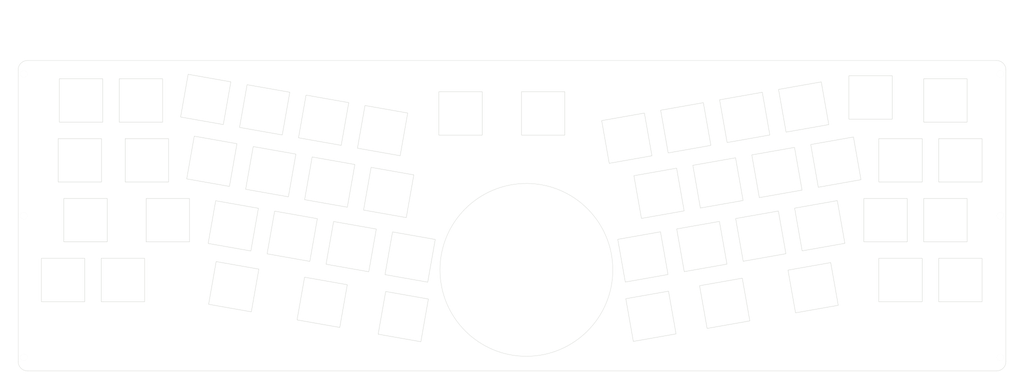
<source format=kicad_pcb>
(kicad_pcb (version 20211014) (generator pcbnew)
  (layers (0 "F.Cu" signal) (31 "B.Cu" signal) (34 "B.Paste" user) (35 "F.Paste" user) (36 "B.SilkS" user "B.Silkscreen") (37 "F.SilkS" user "F.Silkscreen") (38 "B.Mask" user) (39 "F.Mask" user) (44 "Edge.Cuts" user))
  (net 0 "")
  (footprint "kbd_SW_Hole:SW_Hole_1u_acrylic" (layer "F.Cu") (at 55.245 49.021817)
    (fp_text reference "SW6" hide)
    (fp_text value "SW_PUSH" hide)
    (fp_rect (start -6.9 -6.9) (end 6.9 6.9) (layer "Edge.Cuts") (width 0.12) (fill none))
  )
  (footprint "kbd_SW_Hole:SW_Hole_1u_acrylic" (layer "F.Cu") (at 53.34 29.971817)
    (fp_text reference "SW5" hide)
    (fp_text value "SW_PUSH" hide)
    (fp_rect (start -6.9 -6.9) (end 6.9 6.9) (layer "Edge.Cuts") (width 0.12) (fill none))
  )
  (footprint "kbd_SW_Hole:SW_Hole_1.75u_acrylic" (layer "F.Cu") (at 35.717167 68.063934)
    (fp_text reference "SW3" hide)
    (fp_text value "SW_PUSH" hide)
    (fp_rect (start -6.9 -6.9) (end 6.9 6.9) (layer "Edge.Cuts") (width 0.12) (fill none))
  )
  (footprint "kbd_SW_Hole:SW_Hole_1u_acrylic" (layer "F.Cu") (at 34.29 29.971817)
    (fp_text reference "SW1" hide)
    (fp_text value "SW_PUSH" hide)
    (fp_rect (start -6.9 -6.9) (end 6.9 6.9) (layer "Edge.Cuts") (width 0.12) (fill none))
  )
  (footprint "kbd_SW_Hole:SW_Hole_1.25u_acrylic" (layer "F.Cu") (at 33.909 49.021817)
    (fp_text reference "SW2" hide)
    (fp_text value "KEY_SWITCH" hide)
    (fp_rect (start -6.9 -6.9) (end 6.9 6.9) (layer "Edge.Cuts") (width 0.12) (fill none))
  )
  (footprint "kbd_SW_Hole:SW_Hole_1.75u_acrylic" (layer "F.Cu") (at 111.029499 94.212088 170)
    (fp_text reference "SW16" hide)
    (fp_text value "KEY_SWITCH" hide)
    (fp_rect (start -6.9 -6.9) (end 6.9 6.9) (layer "Edge.Cuts") (width 0.12) (fill none))
  )
  (footprint "kbd_SW_Hole:SW_Hole_1u_acrylic" (layer "F.Cu") (at 47.625 87.121817)
    (fp_text reference "SW8" hide)
    (fp_text value "SW_PUSH" hide)
    (fp_rect (start -6.9 -6.9) (end 6.9 6.9) (layer "Edge.Cuts") (width 0.12) (fill none))
  )
  (footprint "kbd_SW_Hole:SW_Hole_1u_acrylic" (layer "F.Cu") (at 61.9125 68.071817)
    (fp_text reference "SW7" hide)
    (fp_text value "SW_PUSH" hide)
    (fp_rect (start -6.9 -6.9) (end 6.9 6.9) (layer "Edge.Cuts") (width 0.12) (fill none))
  )
  (footprint "kbd_SW_Hole:SW_Hole_1u_acrylic" (layer "F.Cu") (at 73.972946 29.646492 -10)
    (fp_text reference "SW9" hide)
    (fp_text value "SW_PUSH" hide)
    (fp_rect (start -6.9 -6.9) (end 6.9 6.9) (layer "Edge.Cuts") (width 0.12) (fill none))
  )
  (footprint "kbd_SW_Hole:SW_Hole_1u_acrylic" (layer "F.Cu") (at 28.575 87.121817)
    (fp_text reference "SW4" hide)
    (fp_text value "SW_PUSH" hide)
    (fp_rect (start -6.9 -6.9) (end 6.9 6.9) (layer "Edge.Cuts") (width 0.12) (fill none))
  )
  (footprint "kbd_SW_Hole:SW_Hole_1u_acrylic" (layer "F.Cu") (at 92.733533 32.95449 -10)
    (fp_text reference "SW13" hide)
    (fp_text value "SW_PUSH" hide)
    (fp_rect (start -6.9 -6.9) (end 6.9 6.9) (layer "Edge.Cuts") (width 0.12) (fill none))
  )
  (footprint "kbd_SW_Hole:SW_Hole_1u_acrylic" (layer "F.Cu") (at 136.840032 98.763287 -10)
    (fp_text reference "SW23" hide)
    (fp_text value "SW_PUSH" hide)
    (fp_rect (start -6.9 -6.9) (end 6.9 6.9) (layer "Edge.Cuts") (width 0.12) (fill none))
  )
  (footprint "kbd_SW_Hole:SW_Hole_1u_acrylic" (layer "F.Cu") (at 111.494121 36.262488 -10)
    (fp_text reference "SW17" hide)
    (fp_text value "SW_PUSH" hide)
    (fp_rect (start -6.9 -6.9) (end 6.9 6.9) (layer "Edge.Cuts") (width 0.12) (fill none))
  )
  (footprint "kbd_SW_Hole:SW_Hole_1u_acrylic" (layer "F.Cu") (at 130.254709 39.570487 -10)
    (fp_text reference "SW20" hide)
    (fp_text value "SW_PUSH" hide)
    (fp_rect (start -6.9 -6.9) (end 6.9 6.9) (layer "Edge.Cuts") (width 0.12) (fill none))
  )
  (footprint "kbd_SW_Hole:SW_Hole_1u_acrylic" (layer "F.Cu") (at 181.356 34.0995)
    (fp_text reference "SW25" hide)
    (fp_text value "SW_PUSH" hide)
    (fp_rect (start -6.9 -6.9) (end 6.9 6.9) (layer "Edge.Cuts") (width 0.12) (fill none))
  )
  (footprint "kbd_SW_Hole:SW_Hole_1u_acrylic" (layer "F.Cu") (at 314.1345 87.121817)
    (fp_text reference "SW48" hide)
    (fp_text value "SW_PUSH" hide)
    (fp_rect (start -6.9 -6.9) (end 6.9 6.9) (layer "Edge.Cuts") (width 0.12) (fill none))
  )
  (footprint "kbd_SW_Hole:SW_Hole_1u_acrylic" (layer "F.Cu") (at 314.1345 49.021817)
    (fp_text reference "SW46" hide)
    (fp_text value "SW_PUSH" hide)
    (fp_rect (start -6.9 -6.9) (end 6.9 6.9) (layer "Edge.Cuts") (width 0.12) (fill none))
  )
  (footprint "kbd_SW_Hole:SW_Hole_1u_acrylic" (layer "F.Cu") (at 309.372 68.071817)
    (fp_text reference "SW47" hide)
    (fp_text value "SW_PUSH" hide)
    (fp_rect (start -6.9 -6.9) (end 6.9 6.9) (layer "Edge.Cuts") (width 0.12) (fill none))
  )
  (footprint "kbd_SW_Hole:SW_Hole_1.5u_acrylic" (layer "F.Cu") (at 309.372 29.971817)
    (fp_text reference "SW45" hide)
    (fp_text value "SW_PUSH" hide)
    (fp_rect (start -6.9 -6.9) (end 6.9 6.9) (layer "Edge.Cuts") (width 0.12) (fill none))
  )
  (footprint "kbd_Hole:m2_Screw_Hole_EdgeCuts" (layer "F.Cu") (at 16.075 21.55)
    (fp_text reference "J4" hide)
    (fp_text value "Conn_01x01" hide)
    (fp_circle (center 0 0) (end 1.1 0) (layer "Edge.Cuts") (width 0.01) (fill none))
  )
  (footprint "kbd_Hole:m2_Screw_Hole_EdgeCuts" (layer "F.Cu") (at 16.075 66.65)
    (fp_text reference "J5" hide)
    (fp_text value "Conn_01x01" hide)
    (fp_circle (center 0 0) (end 1.1 0) (layer "Edge.Cuts") (width 0.01) (fill none))
  )
  (footprint "kbd_Hole:m2_Screw_Hole_EdgeCuts" (layer "F.Cu") (at 16.075 111.75)
    (fp_text reference "J6" hide)
    (fp_text value "Conn_01x01" hide)
    (fp_circle (center 0 0) (end 1.1 0) (layer "Edge.Cuts") (width 0.01) (fill none))
  )
  (footprint "kbd_Hole:m2_Screw_Hole_EdgeCuts" (layer "F.Cu") (at 326.825 21.55)
    (fp_text reference "J11" hide)
    (fp_text value "Conn_01x01" hide)
    (fp_circle (center 0 0) (end 1.1 0) (layer "Edge.Cuts") (width 0.01) (fill none))
  )
  (footprint "kbd_Hole:m2_Screw_Hole_EdgeCuts" (layer "F.Cu") (at 326.825 66.65)
    (fp_text reference "J13" hide)
    (fp_text value "Conn_01x01" hide)
    (fp_circle (center 0 0) (end 1.1 0) (layer "Edge.Cuts") (width 0.01) (fill none))
  )
  (footprint "kbd_Hole:m2_Screw_Hole_EdgeCuts" (layer "F.Cu") (at 326.825 111.75)
    (fp_text reference "J15" hide)
    (fp_text value "Conn_01x01" hide)
    (fp_circle (center 0 0) (end 1.1 0) (layer "Edge.Cuts") (width 0.01) (fill none))
  )
  (footprint "kbd_Hole:m2_Screw_Hole_Fab" (layer "F.Cu") (at 11.075 13.05)
    (fp_text reference "J1" hide)
    (fp_text value "Conn_01x01" hide)
  )
  (footprint "kbd_Hole:m2_Screw_Hole_Fab" (layer "F.Cu") (at 11.075 66.65)
    (fp_text reference "J2" hide)
    (fp_text value "Conn_01x01" hide)
  )
  (footprint "kbd_Hole:m2_Screw_Hole_Fab" (layer "F.Cu") (at 11.075 120.25)
    (fp_text reference "J3" hide)
    (fp_text value "Conn_01x01" hide)
  )
  (footprint "kbd_Hole:m2_Screw_Hole_Fab" (layer "F.Cu") (at 108.575 13.05)
    (fp_text reference "J7" hide)
    (fp_text value "Conn_01x01" hide)
  )
  (footprint "kbd_Hole:m2_Screw_Hole_Fab" (layer "F.Cu") (at 234.325 13.05)
    (fp_text reference "J9" hide)
    (fp_text value "Conn_01x01" hide)
  )
  (footprint "kbd_Hole:m2_Screw_Hole_Fab" (layer "F.Cu") (at 108.575 120.25)
    (fp_text reference "J8" hide)
    (fp_text value "Conn_01x01" hide)
  )
  (footprint "kbd_Hole:m2_Screw_Hole_Fab" (layer "F.Cu") (at 234.325 120.25)
    (fp_text reference "J10" hide)
    (fp_text value "Conn_01x01" hide)
  )
  (footprint "kbd_Hole:m2_Screw_Hole_Fab" (layer "F.Cu") (at 331.825 13.05)
    (fp_text reference "J12" hide)
    (fp_text value "Conn_01x01" hide)
  )
  (footprint "kbd_Hole:m2_Screw_Hole_Fab" (layer "F.Cu") (at 331.825 66.65)
    (fp_text reference "J14" hide)
    (fp_text value "Conn_01x01" hide)
  )
  (footprint "kbd_Hole:m2_Screw_Hole_Fab" (layer "F.Cu") (at 331.825 120.25)
    (fp_text reference "J16" hide)
    (fp_text value "Conn_01x01" hide)
  )
  (footprint "kbd_SW_Hole:SW_Hole_1u_acrylic" (layer "F.Cu") (at 295.0845 49.021817)
    (fp_text reference "SW42" hide)
    (fp_text value "SW_PUSH" hide)
    (fp_rect (start -6.9 -6.9) (end 6.9 6.9) (layer "Edge.Cuts") (width 0.12) (fill none))
  )
  (footprint "kbd_SW_Hole:SW_Hole_1u_acrylic" (layer "F.Cu") (at 215.652044 98.659405 10)
    (fp_text reference "SW29" hide)
    (fp_text value "SW_PUSH" hide)
    (fp_rect (start -6.9 -6.9) (end 6.9 6.9) (layer "Edge.Cuts") (width 0.12) (fill none))
  )
  (footprint "kbd_SW_Hole:SW_Hole_1u_acrylic" (layer "F.Cu") (at 269.376233 69.842504 10)
    (fp_text reference "SW39" hide)
    (fp_text value "SW_PUSH" hide)
    (fp_rect (start -6.9 -6.9) (end 6.9 6.9) (layer "Edge.Cuts") (width 0.12) (fill none))
  )
  (footprint "kbd_SW_Hole:SW_Hole_1u_acrylic" (layer "F.Cu") (at 264.261084 32.056689 10)
    (fp_text reference "SW37" hide)
    (fp_text value "SW_PUSH" hide)
    (fp_rect (start -6.9 -6.9) (end 6.9 6.9) (layer "Edge.Cuts") (width 0.12) (fill none))
  )
  (footprint "kbd_SW_Hole:SW_Hole_1u_acrylic" (layer "F.Cu") (at 75.917912 49.33332 -10)
    (fp_text reference "SW10" hide)
    (fp_text value "SW_PUSH" hide)
    (fp_rect (start -6.9 -6.9) (end 6.9 6.9) (layer "Edge.Cuts") (width 0.12) (fill none))
  )
  (footprint "kbd_SW_Hole:SW_Hole_1u_acrylic" (layer "F.Cu") (at 285.5595 29.019317)
    (fp_text reference "SW41" hide)
    (fp_text value "SW_PUSH" hide)
    (fp_rect (start -6.9 -6.9) (end 6.9 6.9) (layer "Edge.Cuts") (width 0.12) (fill none))
  )
  (footprint "kbd_SW_Hole:SW_Hole_1u_acrylic" (layer "F.Cu") (at 120.261807 76.496223 -10)
    (fp_text reference "SW19" hide)
    (fp_text value "SW_PUSH" hide)
    (fp_rect (start -6.9 -6.9) (end 6.9 6.9) (layer "Edge.Cuts") (width 0.12) (fill none))
  )
  (footprint "kbd_SW_Hole:SW_Hole_1u_acrylic" (layer "F.Cu") (at 250.615645 73.150502 10)
    (fp_text reference "SW36" hide)
    (fp_text value "SW_PUSH" hide)
    (fp_rect (start -6.9 -6.9) (end 6.9 6.9) (layer "Edge.Cuts") (width 0.12) (fill none))
  )
  (footprint "kbd_SW_Hole:SW_Hole_1.25u_acrylic" (layer "F.Cu") (at 82.886526 89.245681 -10)
    (fp_text reference "SW12" hide)
    (fp_text value "SW_PUSH" hide)
    (fp_rect (start -6.9 -6.9) (end 6.9 6.9) (layer "Edge.Cuts") (width 0.12) (fill none))
  )
  (footprint "kbd_SW_Hole:SW_Hole_1u_acrylic" (layer "F.Cu") (at 226.739909 38.672684 10)
    (fp_text reference "SW30" hide)
    (fp_text value "SW_PUSH" hide)
    (fp_rect (start -6.9 -6.9) (end 6.9 6.9) (layer "Edge.Cuts") (width 0.12) (fill none))
  )
  (footprint "kbd_SW_Hole:SW_Hole_1u_acrylic" (layer "F.Cu") (at 236.989324 56.209313 10)
    (fp_text reference "SW31" hide)
    (fp_text value "SW_PUSH" hide)
    (fp_rect (start -6.9 -6.9) (end 6.9 6.9) (layer "Edge.Cuts") (width 0.12) (fill none))
  )
  (footprint "kbd_SW_Hole:SW_Hole_1u_acrylic" (layer "F.Cu") (at 274.5105 49.593317 10)
    (fp_text reference "SW38" hide)
    (fp_text value "SW_PUSH" hide)
    (fp_rect (start -6.9 -6.9) (end 6.9 6.9) (layer "Edge.Cuts") (width 0.12) (fill none))
  )
  (footprint "kbd_SW_Hole:SW_Hole_1u_acrylic" (layer "F.Cu") (at 255.749912 52.901315 10)
    (fp_text reference "SW35" hide)
    (fp_text value "SW_PUSH" hide)
    (fp_rect (start -6.9 -6.9) (end 6.9 6.9) (layer "Edge.Cuts") (width 0.12) (fill none))
  )
  (footprint "kbd_SW_Hole:SW_Hole_1.5u_acrylic" (layer "F.Cu") (at 267.271167 89.56361 10)
    (fp_text reference "SW40" hide)
    (fp_text value "SW_PUSH" hide)
    (fp_rect (start -6.9 -6.9) (end 6.9 6.9) (layer "Edge.Cuts") (width 0.12) (fill none))
  )
  (footprint "kbd_SW_Hole:SW_Hole_1u_acrylic" (layer "F.Cu") (at 213.09447 79.766497 10)
    (fp_text reference "SW28" hide)
    (fp_text value "SW_PUSH" hide)
    (fp_rect (start -6.9 -6.9) (end 6.9 6.9) (layer "Edge.Cuts") (width 0.12) (fill none))
  )
  (footprint "kbd_SW_Hole:SW_Hole_1u_acrylic" (layer "F.Cu") (at 132.199675 59.257313 -10)
    (fp_text reference "SW21" hide)
    (fp_text value "SW_PUSH" hide)
    (fp_rect (start -6.9 -6.9) (end 6.9 6.9) (layer "Edge.Cuts") (width 0.12) (fill none))
  )
  (footprint "kbd_SW_Hole:SW_Hole_1u_acrylic" (layer "F.Cu") (at 113.439087 55.949315 -10)
    (fp_text reference "SW18" hide)
    (fp_text value "SW_PUSH" hide)
    (fp_rect (start -6.9 -6.9) (end 6.9 6.9) (layer "Edge.Cuts") (width 0.12) (fill none))
  )
  (footprint "kbd_SW_Hole:SW_Hole_1u_acrylic" (layer "F.Cu") (at 290.322 68.071817)
    (fp_text reference "SW43" hide)
    (fp_text value "SW_PUSH" hide)
    (fp_rect (start -6.9 -6.9) (end 6.9 6.9) (layer "Edge.Cuts") (width 0.12) (fill none))
  )
  (footprint "kbd_SW_Hole:SW_Hole_1u_acrylic" (layer "F.Cu") (at 101.501219 73.188225 -10)
    (fp_text reference "SW15" hide)
    (fp_text value "SW_PUSH" hide)
    (fp_rect (start -6.9 -6.9) (end 6.9 6.9) (layer "Edge.Cuts") (width 0.12) (fill none))
  )
  (footprint "kbd_SW_Hole:SW_Hole_1u_acrylic" (layer "F.Cu") (at 139.022395 79.804219 -10)
    (fp_text reference "SW22" hide)
    (fp_text value "SW_PUSH" hide)
    (fp_rect (start -6.9 -6.9) (end 6.9 6.9) (layer "Edge.Cuts") (width 0.12) (fill none))
  )
  (footprint "kbd_SW_Hole:SW_Hole_1u_acrylic" (layer "F.Cu") (at 207.979321 41.980682 10)
    (fp_text reference "SW26" hide)
    (fp_text value "SW_PUSH" hide)
    (fp_rect (start -6.9 -6.9) (end 6.9 6.9) (layer "Edge.Cuts") (width 0.12) (fill none))
  )
  (footprint "kbd_SW_Hole:SW_Hole_1u_acrylic" (layer "F.Cu") (at 94.6785 52.641317 -10)
    (fp_text reference "SW14" hide)
    (fp_text value "SW_PUSH" hide)
    (fp_rect (start -6.9 -6.9) (end 6.9 6.9) (layer "Edge.Cuts") (width 0.12) (fill none))
  )
  (footprint "kbd_SW_Hole:SW_Hole_1u_acrylic" (layer "F.Cu") (at 245.500497 35.364687 10)
    (fp_text reference "SW34" hide)
    (fp_text value "SW_PUSH" hide)
    (fp_rect (start -6.9 -6.9) (end 6.9 6.9) (layer "Edge.Cuts") (width 0.12) (fill none))
  )
  (footprint "kbd_SW_Hole:SW_Hole_1.5u_acrylic" (layer "F.Cu") (at 239.130286 94.525606 -170)
    (fp_text reference "SW33" hide)
    (fp_text value "KEY_SWITCH" hide)
    (fp_rect (start -6.9 -6.9) (end 6.9 6.9) (layer "Edge.Cuts") (width 0.12) (fill none))
  )
  (footprint "kbd_SW_Hole:SW_Hole_1u_acrylic" (layer "F.Cu") (at 295.0845 87.121817)
    (fp_text reference "SW44" hide)
    (fp_text value "SW_PUSH" hide)
    (fp_rect (start -6.9 -6.9) (end 6.9 6.9) (layer "Edge.Cuts") (width 0.12) (fill none))
  )
  (footprint "kbd_SW_Hole:SW_Hole_1u_acrylic" (layer "F.Cu") (at 231.855058 76.4585 10)
    (fp_text reference "SW32" hide)
    (fp_text value "SW_PUSH" hide)
    (fp_rect (start -6.9 -6.9) (end 6.9 6.9) (layer "Edge.Cuts") (width 0.12) (fill none))
  )
  (footprint "kbd_SW_Hole:SW_Hole_1u_acrylic" (layer "F.Cu") (at 82.740632 69.880226 -10)
    (fp_text reference "SW11" hide)
    (fp_text value "SW_PUSH" hide)
    (fp_rect (start -6.9 -6.9) (end 6.9 6.9) (layer "Edge.Cuts") (width 0.12) (fill none))
  )
  (footprint "kbd_SW_Hole:SW_Hole_1u_acrylic" (layer "F.Cu") (at 155.067 34.0995)
    (fp_text reference "SW24" hide)
    (fp_text value "SW_PUSH" hide)
    (fp_rect (start -6.9 -6.9) (end 6.9 6.9) (layer "Edge.Cuts") (width 0.12) (fill none))
  )
  (footprint "kbd_SW_Hole:SW_Hole_1u_acrylic" (layer "F.Cu") (at 218.228737 59.517311 10)
    (fp_text reference "SW27" hide)
    (fp_text value "SW_PUSH" hide)
    (fp_rect (start -6.9 -6.9) (end 6.9 6.9) (layer "Edge.Cuts") (width 0.12) (fill none))
  )
  (gr_arc (start 325.625 17.25) (mid 327.74632 18.12868) (end 328.625 20.25) (layer "Edge.Cuts") (width 0.1))
  (gr_arc (start 14.275 20.25) (mid 15.15368 18.12868) (end 17.275 17.25) (layer "Edge.Cuts") (width 0.1))
  (gr_arc (start 17.275 116.05) (mid 15.15368 115.17132) (end 14.275 113.05) (layer "Edge.Cuts") (width 0.1))
  (gr_line (start 325.625 17.25) (end 17.275 17.25) (layer "Edge.Cuts") (width 0.1))
  (gr_line (start 328.625 113.05) (end 328.625 20.25) (layer "Edge.Cuts") (width 0.1))
  (gr_circle (center 176.022 83.888) (end 203.522 83.888) (layer "Edge.Cuts") (width 0.1) (fill none))
  (gr_arc (start 328.625 113.05) (mid 327.74632 115.17132) (end 325.625 116.05) (layer "Edge.Cuts") (width 0.1))
  (gr_line (start 14.275 20.25) (end 14.275 113.05) (layer "Edge.Cuts") (width 0.1))
  (gr_line (start 17.275 116.05) (end 325.625 116.05) (layer "Edge.Cuts") (width 0.1))
)
</source>
